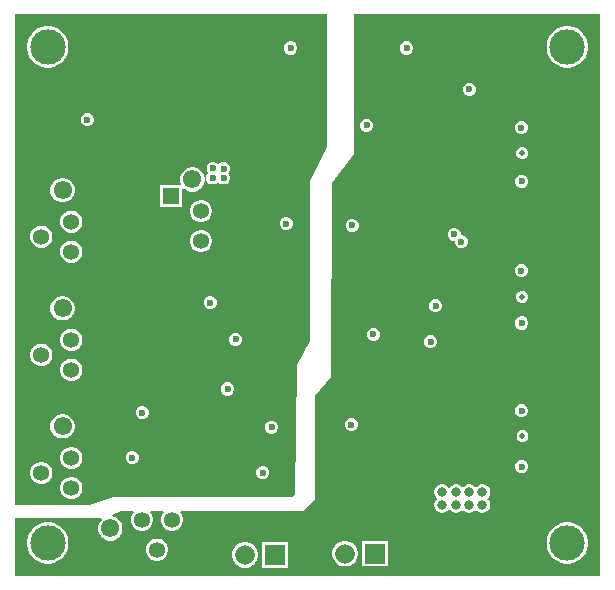
<source format=gbr>
%TF.GenerationSoftware,Altium Limited,Altium Designer,22.10.1 (41)*%
G04 Layer_Physical_Order=2*
G04 Layer_Color=36540*
%FSLAX45Y45*%
%MOMM*%
%TF.SameCoordinates,7B7B0447-9336-45C8-9B88-AABF40CF29D0*%
%TF.FilePolarity,Positive*%
%TF.FileFunction,Copper,L2,Inr,Signal*%
%TF.Part,Single*%
G01*
G75*
%TA.AperFunction,ComponentPad*%
%ADD42R,1.35800X1.35800*%
%ADD43C,1.35800*%
%ADD44C,1.55000*%
%ADD45R,1.66500X1.66500*%
%ADD46C,1.66500*%
%ADD47R,1.35800X1.35800*%
%ADD48O,0.90000X1.80000*%
%TA.AperFunction,WasherPad*%
%ADD49C,3.00000*%
%TA.AperFunction,ViaPad*%
%ADD50C,0.60000*%
%ADD51C,0.80000*%
%ADD52C,0.50000*%
%ADD53C,1.00000*%
G36*
X5966888Y6250000D02*
X5821435Y5965686D01*
Y4609744D01*
X5709881Y4410469D01*
X5696173Y3314062D01*
X5670772Y3290000D01*
X4160062D01*
X3949844Y3220000D01*
X3320391D01*
Y7379609D01*
X5966888D01*
Y6250000D01*
D02*
G37*
G36*
X8279609Y2620390D02*
X3320391D01*
Y3110000D01*
X4053945D01*
X4059206Y3097300D01*
X4047660Y3085754D01*
X4034113Y3062290D01*
X4027100Y3036119D01*
Y3009025D01*
X4034113Y2982854D01*
X4047660Y2959390D01*
X4066818Y2940232D01*
X4090282Y2926685D01*
X4116453Y2919672D01*
X4143547D01*
X4169718Y2926685D01*
X4193182Y2940232D01*
X4212341Y2959390D01*
X4225888Y2982854D01*
X4232900Y3009025D01*
Y3036119D01*
X4225888Y3062290D01*
X4212341Y3085754D01*
X4193182Y3104913D01*
X4169718Y3118460D01*
X4143547Y3125472D01*
X4142876D01*
X4140430Y3138172D01*
X4224180Y3171672D01*
X4321950Y3171430D01*
X4327198Y3158717D01*
X4322341Y3153860D01*
X4310058Y3132585D01*
X4303700Y3108856D01*
Y3084289D01*
X4310058Y3060560D01*
X4322341Y3039285D01*
X4339712Y3021914D01*
X4360987Y3009631D01*
X4384717Y3003272D01*
X4409283D01*
X4433013Y3009631D01*
X4454288Y3021914D01*
X4471659Y3039285D01*
X4483942Y3060560D01*
X4490300Y3084289D01*
Y3108856D01*
X4483942Y3132585D01*
X4471659Y3153860D01*
X4466185Y3159334D01*
X4471060Y3171061D01*
X4576696Y3170800D01*
X4581542Y3159060D01*
X4576341Y3153860D01*
X4564058Y3132585D01*
X4557700Y3108856D01*
Y3084289D01*
X4564058Y3060560D01*
X4576341Y3039285D01*
X4593712Y3021914D01*
X4614987Y3009631D01*
X4638717Y3003272D01*
X4663283D01*
X4687013Y3009631D01*
X4708288Y3021914D01*
X4725659Y3039285D01*
X4737942Y3060560D01*
X4744300Y3084289D01*
Y3108856D01*
X4737942Y3132585D01*
X4725659Y3153860D01*
X4720815Y3158704D01*
X4725690Y3170431D01*
X5761869Y3167867D01*
X5864602Y3266477D01*
Y4140615D01*
X6000000Y4301335D01*
X6008142Y5948683D01*
X6195196Y6196307D01*
Y7379609D01*
X8279609D01*
Y2620390D01*
D02*
G37*
%LPC*%
G36*
X5669510Y7145364D02*
X5647470D01*
X5627109Y7136930D01*
X5611524Y7121345D01*
X5603090Y7100984D01*
Y7078944D01*
X5611524Y7058583D01*
X5627109Y7042998D01*
X5647470Y7034564D01*
X5669510D01*
X5689872Y7042998D01*
X5705456Y7058583D01*
X5713890Y7078944D01*
Y7100984D01*
X5705456Y7121345D01*
X5689872Y7136930D01*
X5669510Y7145364D01*
D02*
G37*
G36*
X3617273Y7275401D02*
X3582723D01*
X3548836Y7268660D01*
X3516915Y7255438D01*
X3488187Y7236243D01*
X3463756Y7211812D01*
X3444561Y7183084D01*
X3431339Y7151163D01*
X3424598Y7117276D01*
Y7082726D01*
X3431339Y7048839D01*
X3444561Y7016918D01*
X3463756Y6988190D01*
X3488187Y6963759D01*
X3516915Y6944564D01*
X3548836Y6931342D01*
X3582723Y6924601D01*
X3617273D01*
X3651160Y6931342D01*
X3683081Y6944564D01*
X3711809Y6963759D01*
X3736240Y6988190D01*
X3755435Y7016918D01*
X3768657Y7048839D01*
X3775398Y7082726D01*
Y7117276D01*
X3768657Y7151163D01*
X3755435Y7183084D01*
X3736240Y7211812D01*
X3711809Y7236243D01*
X3683081Y7255438D01*
X3651160Y7268660D01*
X3617273Y7275401D01*
D02*
G37*
G36*
X3947751Y6537333D02*
X3925711D01*
X3905349Y6528899D01*
X3889765Y6513314D01*
X3881331Y6492952D01*
Y6470913D01*
X3889765Y6450551D01*
X3905349Y6434967D01*
X3925711Y6426533D01*
X3947751D01*
X3968112Y6434967D01*
X3983697Y6450551D01*
X3992131Y6470913D01*
Y6492952D01*
X3983697Y6513314D01*
X3968112Y6528899D01*
X3947751Y6537333D01*
D02*
G37*
G36*
X5011135Y6126602D02*
X4989095D01*
X4968734Y6118168D01*
X4953149Y6102583D01*
X4944715Y6082222D01*
Y6060182D01*
X4953149Y6039821D01*
X4962312Y6030658D01*
X4953037Y6021383D01*
X4944603Y6001021D01*
Y5978981D01*
X4953037Y5958620D01*
X4968621Y5943035D01*
X4988983Y5934601D01*
X5011022D01*
X5031384Y5943035D01*
X5045001Y5956653D01*
X5058619Y5943035D01*
X5078980Y5934601D01*
X5101020D01*
X5121381Y5943035D01*
X5136966Y5958620D01*
X5145400Y5978981D01*
Y6001021D01*
X5136966Y6021383D01*
X5128347Y6030001D01*
X5136966Y6038620D01*
X5145400Y6058981D01*
Y6081021D01*
X5136966Y6101383D01*
X5121381Y6116967D01*
X5101020Y6125401D01*
X5078980D01*
X5058619Y6116967D01*
X5045658Y6104006D01*
X5031496Y6118168D01*
X5011135Y6126602D01*
D02*
G37*
G36*
X4839547Y6079900D02*
X4812453D01*
X4786282Y6072888D01*
X4762818Y6059340D01*
X4743660Y6040182D01*
X4730112Y6016718D01*
X4723100Y5990547D01*
Y5963453D01*
X4728580Y5943000D01*
X4720680Y5930300D01*
X4552700D01*
Y5743700D01*
X4739300D01*
Y5900217D01*
X4752000Y5905477D01*
X4762818Y5894660D01*
X4786282Y5881112D01*
X4812453Y5874100D01*
X4839547D01*
X4865718Y5881112D01*
X4889182Y5894660D01*
X4908340Y5913818D01*
X4921888Y5937282D01*
X4928900Y5963453D01*
Y5990547D01*
X4921888Y6016718D01*
X4908340Y6040182D01*
X4889182Y6059340D01*
X4865718Y6072888D01*
X4839547Y6079900D01*
D02*
G37*
G36*
X3739549Y5989901D02*
X3712455D01*
X3686284Y5982889D01*
X3662820Y5969342D01*
X3643662Y5950183D01*
X3630115Y5926719D01*
X3623102Y5900548D01*
Y5873454D01*
X3630115Y5847283D01*
X3643662Y5823819D01*
X3662820Y5804661D01*
X3686284Y5791114D01*
X3712455Y5784101D01*
X3739549D01*
X3765720Y5791114D01*
X3789184Y5804661D01*
X3808343Y5823819D01*
X3821890Y5847283D01*
X3828902Y5873454D01*
Y5900548D01*
X3821890Y5926719D01*
X3808343Y5950183D01*
X3789184Y5969342D01*
X3765720Y5982889D01*
X3739549Y5989901D01*
D02*
G37*
G36*
X4912283Y5803300D02*
X4887717D01*
X4863987Y5796942D01*
X4842712Y5784659D01*
X4825341Y5767288D01*
X4813058Y5746013D01*
X4806700Y5722283D01*
Y5697717D01*
X4813058Y5673987D01*
X4825341Y5652712D01*
X4842712Y5635341D01*
X4863987Y5623058D01*
X4887717Y5616700D01*
X4912283D01*
X4936013Y5623058D01*
X4957288Y5635341D01*
X4974659Y5652712D01*
X4986942Y5673987D01*
X4993300Y5697717D01*
Y5722283D01*
X4986942Y5746013D01*
X4974659Y5767288D01*
X4957288Y5784659D01*
X4936013Y5796942D01*
X4912283Y5803300D01*
D02*
G37*
G36*
X5630197Y5658571D02*
X5608158D01*
X5587796Y5650137D01*
X5572212Y5634553D01*
X5563778Y5614191D01*
Y5592152D01*
X5572212Y5571790D01*
X5587796Y5556206D01*
X5608158Y5547771D01*
X5630197D01*
X5650559Y5556206D01*
X5666143Y5571790D01*
X5674577Y5592152D01*
Y5614191D01*
X5666143Y5634553D01*
X5650559Y5650137D01*
X5630197Y5658571D01*
D02*
G37*
G36*
X3812286Y5713302D02*
X3787719D01*
X3763990Y5706943D01*
X3742715Y5694660D01*
X3725344Y5677289D01*
X3713061Y5656014D01*
X3706703Y5632285D01*
Y5607718D01*
X3713061Y5583989D01*
X3725344Y5562714D01*
X3742715Y5545343D01*
X3763990Y5533060D01*
X3787719Y5526701D01*
X3812286D01*
X3836015Y5533060D01*
X3857290Y5545343D01*
X3874661Y5562714D01*
X3886944Y5583989D01*
X3893303Y5607718D01*
Y5632285D01*
X3886944Y5656014D01*
X3874661Y5677289D01*
X3857290Y5694660D01*
X3836015Y5706943D01*
X3812286Y5713302D01*
D02*
G37*
G36*
X3558286Y5586302D02*
X3533719D01*
X3509990Y5579943D01*
X3488715Y5567660D01*
X3471344Y5550289D01*
X3459061Y5529014D01*
X3452703Y5505285D01*
Y5480718D01*
X3459061Y5456989D01*
X3471344Y5435714D01*
X3488715Y5418343D01*
X3509990Y5406060D01*
X3533719Y5399701D01*
X3558286D01*
X3582015Y5406060D01*
X3603290Y5418343D01*
X3620661Y5435714D01*
X3632944Y5456989D01*
X3639303Y5480718D01*
Y5505285D01*
X3632944Y5529014D01*
X3620661Y5550289D01*
X3603290Y5567660D01*
X3582015Y5579943D01*
X3558286Y5586302D01*
D02*
G37*
G36*
X4912283Y5549300D02*
X4887717D01*
X4863987Y5542942D01*
X4842712Y5530659D01*
X4825341Y5513288D01*
X4813058Y5492013D01*
X4806700Y5468283D01*
Y5443717D01*
X4813058Y5419987D01*
X4825341Y5398712D01*
X4842712Y5381341D01*
X4863987Y5369058D01*
X4887717Y5362700D01*
X4912283D01*
X4936013Y5369058D01*
X4957288Y5381341D01*
X4974659Y5398712D01*
X4986942Y5419987D01*
X4993300Y5443717D01*
Y5468283D01*
X4986942Y5492013D01*
X4974659Y5513288D01*
X4957288Y5530659D01*
X4936013Y5542942D01*
X4912283Y5549300D01*
D02*
G37*
G36*
X3812286Y5459302D02*
X3787719D01*
X3763990Y5452943D01*
X3742715Y5440660D01*
X3725344Y5423289D01*
X3713061Y5402014D01*
X3706703Y5378285D01*
Y5353718D01*
X3713061Y5329989D01*
X3725344Y5308714D01*
X3742715Y5291343D01*
X3763990Y5279060D01*
X3787719Y5272701D01*
X3812286D01*
X3836015Y5279060D01*
X3857290Y5291343D01*
X3874661Y5308714D01*
X3886944Y5329989D01*
X3893303Y5353718D01*
Y5378285D01*
X3886944Y5402014D01*
X3874661Y5423289D01*
X3857290Y5440660D01*
X3836015Y5452943D01*
X3812286Y5459302D01*
D02*
G37*
G36*
X4986687Y4989461D02*
X4964648D01*
X4944286Y4981027D01*
X4928702Y4965442D01*
X4920268Y4945081D01*
Y4923041D01*
X4928702Y4902679D01*
X4944286Y4887095D01*
X4964648Y4878661D01*
X4986687D01*
X5007049Y4887095D01*
X5022633Y4902679D01*
X5031067Y4923041D01*
Y4945081D01*
X5022633Y4965442D01*
X5007049Y4981027D01*
X4986687Y4989461D01*
D02*
G37*
G36*
X3739549Y4989898D02*
X3712455D01*
X3686284Y4982886D01*
X3662820Y4969339D01*
X3643662Y4950180D01*
X3630115Y4926716D01*
X3623102Y4900545D01*
Y4873451D01*
X3630115Y4847280D01*
X3643662Y4823816D01*
X3662820Y4804658D01*
X3686284Y4791111D01*
X3712455Y4784098D01*
X3739549D01*
X3765720Y4791111D01*
X3789184Y4804658D01*
X3808343Y4823816D01*
X3821890Y4847280D01*
X3828902Y4873451D01*
Y4900545D01*
X3821890Y4926716D01*
X3808343Y4950180D01*
X3789184Y4969339D01*
X3765720Y4982886D01*
X3739549Y4989898D01*
D02*
G37*
G36*
X5202151Y4679335D02*
X5180112D01*
X5159750Y4670901D01*
X5144166Y4655317D01*
X5135732Y4634955D01*
Y4612915D01*
X5144166Y4592554D01*
X5159750Y4576969D01*
X5180112Y4568535D01*
X5202151D01*
X5222513Y4576969D01*
X5238097Y4592554D01*
X5246532Y4612915D01*
Y4634955D01*
X5238097Y4655317D01*
X5222513Y4670901D01*
X5202151Y4679335D01*
D02*
G37*
G36*
X3812286Y4713298D02*
X3787719D01*
X3763990Y4706940D01*
X3742715Y4694657D01*
X3725344Y4677286D01*
X3713061Y4656011D01*
X3706703Y4632282D01*
Y4607715D01*
X3713061Y4583986D01*
X3725344Y4562711D01*
X3742715Y4545340D01*
X3763990Y4533056D01*
X3787719Y4526698D01*
X3812286D01*
X3836015Y4533056D01*
X3857290Y4545340D01*
X3874661Y4562711D01*
X3886944Y4583986D01*
X3893303Y4607715D01*
Y4632282D01*
X3886944Y4656011D01*
X3874661Y4677286D01*
X3857290Y4694657D01*
X3836015Y4706940D01*
X3812286Y4713298D01*
D02*
G37*
G36*
X3558286Y4586298D02*
X3533719D01*
X3509990Y4579940D01*
X3488715Y4567657D01*
X3471344Y4550286D01*
X3459061Y4529011D01*
X3452703Y4505282D01*
Y4480715D01*
X3459061Y4456986D01*
X3471344Y4435711D01*
X3488715Y4418340D01*
X3509990Y4406056D01*
X3533719Y4399698D01*
X3558286D01*
X3582015Y4406056D01*
X3603290Y4418340D01*
X3620661Y4435711D01*
X3632944Y4456986D01*
X3639303Y4480715D01*
Y4505282D01*
X3632944Y4529011D01*
X3620661Y4550286D01*
X3603290Y4567657D01*
X3582015Y4579940D01*
X3558286Y4586298D01*
D02*
G37*
G36*
X3812286Y4459298D02*
X3787719D01*
X3763990Y4452940D01*
X3742715Y4440657D01*
X3725344Y4423286D01*
X3713061Y4402011D01*
X3706703Y4378282D01*
Y4353715D01*
X3713061Y4329986D01*
X3725344Y4308711D01*
X3742715Y4291340D01*
X3763990Y4279056D01*
X3787719Y4272698D01*
X3812286D01*
X3836015Y4279056D01*
X3857290Y4291340D01*
X3874661Y4308711D01*
X3886944Y4329986D01*
X3893303Y4353715D01*
Y4378282D01*
X3886944Y4402011D01*
X3874661Y4423286D01*
X3857290Y4440657D01*
X3836015Y4452940D01*
X3812286Y4459298D01*
D02*
G37*
G36*
X5134922Y4258722D02*
X5112883D01*
X5092521Y4250288D01*
X5076937Y4234703D01*
X5068502Y4214342D01*
Y4192302D01*
X5076937Y4171941D01*
X5092521Y4156356D01*
X5112883Y4147922D01*
X5134922D01*
X5155284Y4156356D01*
X5170868Y4171941D01*
X5179302Y4192302D01*
Y4214342D01*
X5170868Y4234703D01*
X5155284Y4250288D01*
X5134922Y4258722D01*
D02*
G37*
G36*
X4410257Y4059373D02*
X4388217D01*
X4367855Y4050939D01*
X4352271Y4035355D01*
X4343837Y4014993D01*
Y3992953D01*
X4352271Y3972592D01*
X4367855Y3957007D01*
X4388217Y3948573D01*
X4410257D01*
X4430618Y3957007D01*
X4446203Y3972592D01*
X4454637Y3992953D01*
Y4014993D01*
X4446203Y4035355D01*
X4430618Y4050939D01*
X4410257Y4059373D01*
D02*
G37*
G36*
X5508441Y3935885D02*
X5486402D01*
X5466040Y3927451D01*
X5450455Y3911866D01*
X5442021Y3891505D01*
Y3869465D01*
X5450455Y3849104D01*
X5466040Y3833519D01*
X5486402Y3825085D01*
X5508441D01*
X5528803Y3833519D01*
X5544387Y3849104D01*
X5552821Y3869465D01*
Y3891505D01*
X5544387Y3911866D01*
X5528803Y3927451D01*
X5508441Y3935885D01*
D02*
G37*
G36*
X3739549Y3989900D02*
X3712455D01*
X3686284Y3982888D01*
X3662820Y3969341D01*
X3643662Y3950182D01*
X3630115Y3926718D01*
X3623102Y3900547D01*
Y3873453D01*
X3630115Y3847282D01*
X3643662Y3823818D01*
X3662820Y3804660D01*
X3686284Y3791113D01*
X3712455Y3784100D01*
X3739549D01*
X3765720Y3791113D01*
X3789184Y3804660D01*
X3808343Y3823818D01*
X3821890Y3847282D01*
X3828902Y3873453D01*
Y3900547D01*
X3821890Y3926718D01*
X3808343Y3950182D01*
X3789184Y3969341D01*
X3765720Y3982888D01*
X3739549Y3989900D01*
D02*
G37*
G36*
X4326488Y3678157D02*
X4304449D01*
X4284087Y3669723D01*
X4268503Y3654139D01*
X4260069Y3633777D01*
Y3611738D01*
X4268503Y3591376D01*
X4284087Y3575791D01*
X4304449Y3567357D01*
X4326488D01*
X4346850Y3575791D01*
X4362435Y3591376D01*
X4370869Y3611738D01*
Y3633777D01*
X4362435Y3654139D01*
X4346850Y3669723D01*
X4326488Y3678157D01*
D02*
G37*
G36*
X3812286Y3713300D02*
X3787719D01*
X3763990Y3706942D01*
X3742715Y3694659D01*
X3725344Y3677288D01*
X3713061Y3656013D01*
X3706703Y3632284D01*
Y3607717D01*
X3713061Y3583988D01*
X3725344Y3562713D01*
X3742715Y3545342D01*
X3763990Y3533058D01*
X3787719Y3526700D01*
X3812286D01*
X3836015Y3533058D01*
X3857290Y3545342D01*
X3874661Y3562713D01*
X3886944Y3583988D01*
X3893303Y3607717D01*
Y3632284D01*
X3886944Y3656013D01*
X3874661Y3677288D01*
X3857290Y3694659D01*
X3836015Y3706942D01*
X3812286Y3713300D01*
D02*
G37*
G36*
X5433449Y3549845D02*
X5411410D01*
X5391048Y3541411D01*
X5375464Y3525827D01*
X5367030Y3505465D01*
Y3483425D01*
X5375464Y3463064D01*
X5391048Y3447479D01*
X5411410Y3439045D01*
X5433449D01*
X5453811Y3447479D01*
X5469395Y3463064D01*
X5477830Y3483425D01*
Y3505465D01*
X5469395Y3525827D01*
X5453811Y3541411D01*
X5433449Y3549845D01*
D02*
G37*
G36*
X3558286Y3586300D02*
X3533719D01*
X3509990Y3579942D01*
X3488715Y3567659D01*
X3471344Y3550288D01*
X3459061Y3529013D01*
X3452703Y3505284D01*
Y3480717D01*
X3459061Y3456988D01*
X3471344Y3435713D01*
X3488715Y3418342D01*
X3509990Y3406058D01*
X3533719Y3399700D01*
X3558286D01*
X3582015Y3406058D01*
X3603290Y3418342D01*
X3620661Y3435713D01*
X3632944Y3456988D01*
X3639303Y3480717D01*
Y3505284D01*
X3632944Y3529013D01*
X3620661Y3550288D01*
X3603290Y3567659D01*
X3582015Y3579942D01*
X3558286Y3586300D01*
D02*
G37*
G36*
X3812286Y3459300D02*
X3787719D01*
X3763990Y3452942D01*
X3742715Y3440659D01*
X3725344Y3423288D01*
X3713061Y3402013D01*
X3706703Y3378284D01*
Y3353717D01*
X3713061Y3329988D01*
X3725344Y3308713D01*
X3742715Y3291342D01*
X3763990Y3279058D01*
X3787719Y3272700D01*
X3812286D01*
X3836015Y3279058D01*
X3857290Y3291342D01*
X3874661Y3308713D01*
X3886944Y3329988D01*
X3893303Y3353717D01*
Y3378284D01*
X3886944Y3402013D01*
X3874661Y3423288D01*
X3857290Y3440659D01*
X3836015Y3452942D01*
X3812286Y3459300D01*
D02*
G37*
G36*
X6651020Y7145400D02*
X6628980D01*
X6608618Y7136966D01*
X6593034Y7121381D01*
X6584600Y7101020D01*
Y7078980D01*
X6593034Y7058619D01*
X6608618Y7043034D01*
X6628980Y7034600D01*
X6651020D01*
X6671381Y7043034D01*
X6686966Y7058619D01*
X6695400Y7078980D01*
Y7101020D01*
X6686966Y7121381D01*
X6671381Y7136966D01*
X6651020Y7145400D01*
D02*
G37*
G36*
X8017275Y7275401D02*
X7982724D01*
X7948837Y7268660D01*
X7916916Y7255438D01*
X7888188Y7236243D01*
X7863757Y7211812D01*
X7844562Y7183084D01*
X7831340Y7151163D01*
X7824599Y7117276D01*
Y7082726D01*
X7831340Y7048839D01*
X7844562Y7016918D01*
X7863757Y6988190D01*
X7888188Y6963759D01*
X7916916Y6944564D01*
X7948837Y6931342D01*
X7982724Y6924601D01*
X8017275D01*
X8051161Y6931342D01*
X8083082Y6944564D01*
X8111810Y6963759D01*
X8136241Y6988190D01*
X8155437Y7016918D01*
X8168659Y7048839D01*
X8175399Y7082726D01*
Y7117276D01*
X8168659Y7151163D01*
X8155437Y7183084D01*
X8136241Y7211812D01*
X8111810Y7236243D01*
X8083082Y7255438D01*
X8051161Y7268660D01*
X8017275Y7275401D01*
D02*
G37*
G36*
X7181020Y6795400D02*
X7158980D01*
X7138618Y6786966D01*
X7123034Y6771381D01*
X7114600Y6751020D01*
Y6728980D01*
X7123034Y6708619D01*
X7138618Y6693034D01*
X7158980Y6684600D01*
X7181020D01*
X7201381Y6693034D01*
X7216966Y6708619D01*
X7225400Y6728980D01*
Y6751020D01*
X7216966Y6771381D01*
X7201381Y6786966D01*
X7181020Y6795400D01*
D02*
G37*
G36*
X6310408Y6490331D02*
X6288368D01*
X6268007Y6481897D01*
X6252422Y6466312D01*
X6243988Y6445951D01*
Y6423911D01*
X6252422Y6403550D01*
X6268007Y6387965D01*
X6288368Y6379531D01*
X6310408D01*
X6330769Y6387965D01*
X6346354Y6403550D01*
X6354788Y6423911D01*
Y6445951D01*
X6346354Y6466312D01*
X6330769Y6481897D01*
X6310408Y6490331D01*
D02*
G37*
G36*
X7621569Y6471392D02*
X7599529D01*
X7579167Y6462958D01*
X7563583Y6447374D01*
X7555149Y6427012D01*
Y6404972D01*
X7563583Y6384611D01*
X7579167Y6369026D01*
X7599529Y6360592D01*
X7621569D01*
X7641930Y6369026D01*
X7657515Y6384611D01*
X7665949Y6404972D01*
Y6427012D01*
X7657515Y6447374D01*
X7641930Y6462958D01*
X7621569Y6471392D01*
D02*
G37*
G36*
X7628472Y6248745D02*
X7608421D01*
X7589897Y6241072D01*
X7575720Y6226894D01*
X7568047Y6208370D01*
Y6188320D01*
X7575720Y6169795D01*
X7589897Y6155618D01*
X7608421Y6147945D01*
X7628472D01*
X7646996Y6155618D01*
X7661173Y6169795D01*
X7668846Y6188320D01*
Y6208370D01*
X7661173Y6226894D01*
X7646996Y6241072D01*
X7628472Y6248745D01*
D02*
G37*
G36*
X7625286Y6017857D02*
X7603246D01*
X7582885Y6009423D01*
X7567300Y5993838D01*
X7558866Y5973477D01*
Y5951437D01*
X7567300Y5931076D01*
X7582885Y5915491D01*
X7603246Y5907057D01*
X7625286D01*
X7645647Y5915491D01*
X7661232Y5931076D01*
X7669666Y5951437D01*
Y5973477D01*
X7661232Y5993838D01*
X7645647Y6009423D01*
X7625286Y6017857D01*
D02*
G37*
G36*
X6189051Y5644285D02*
X6167011D01*
X6146649Y5635851D01*
X6131065Y5620266D01*
X6122631Y5599905D01*
Y5577865D01*
X6131065Y5557503D01*
X6146649Y5541919D01*
X6167011Y5533485D01*
X6189051D01*
X6209412Y5541919D01*
X6224997Y5557503D01*
X6233431Y5577865D01*
Y5599905D01*
X6224997Y5620266D01*
X6209412Y5635851D01*
X6189051Y5644285D01*
D02*
G37*
G36*
X7052292Y5567402D02*
X7030253D01*
X7009891Y5558968D01*
X6994307Y5543383D01*
X6985873Y5523022D01*
Y5500982D01*
X6994307Y5480620D01*
X7009891Y5465036D01*
X7030253Y5456602D01*
X7044600D01*
Y5438980D01*
X7053034Y5418619D01*
X7068619Y5403034D01*
X7088980Y5394600D01*
X7111020D01*
X7131381Y5403034D01*
X7146966Y5418619D01*
X7155400Y5438980D01*
Y5461020D01*
X7146966Y5481381D01*
X7131381Y5496966D01*
X7111020Y5505400D01*
X7096673D01*
Y5523022D01*
X7088239Y5543383D01*
X7072654Y5558968D01*
X7052292Y5567402D01*
D02*
G37*
G36*
X7621705Y5259771D02*
X7599666D01*
X7579304Y5251336D01*
X7563719Y5235752D01*
X7555285Y5215390D01*
Y5193351D01*
X7563719Y5172989D01*
X7579304Y5157405D01*
X7599666Y5148971D01*
X7621705D01*
X7642067Y5157405D01*
X7657651Y5172989D01*
X7666085Y5193351D01*
Y5215390D01*
X7657651Y5235752D01*
X7642067Y5251336D01*
X7621705Y5259771D01*
D02*
G37*
G36*
X7629688Y5033744D02*
X7609638D01*
X7591113Y5026071D01*
X7576936Y5011893D01*
X7569263Y4993369D01*
Y4973319D01*
X7576936Y4954795D01*
X7591113Y4940617D01*
X7609638Y4932944D01*
X7629688D01*
X7648212Y4940617D01*
X7662390Y4954795D01*
X7670063Y4973319D01*
Y4993369D01*
X7662390Y5011893D01*
X7648212Y5026071D01*
X7629688Y5033744D01*
D02*
G37*
G36*
X6896550Y4961874D02*
X6874510D01*
X6854149Y4953440D01*
X6838564Y4937855D01*
X6830130Y4917494D01*
Y4895454D01*
X6838564Y4875092D01*
X6854149Y4859508D01*
X6874510Y4851074D01*
X6896550D01*
X6916911Y4859508D01*
X6932496Y4875092D01*
X6940930Y4895454D01*
Y4917494D01*
X6932496Y4937855D01*
X6916911Y4953440D01*
X6896550Y4961874D01*
D02*
G37*
G36*
X7625616Y4817031D02*
X7603576D01*
X7583215Y4808597D01*
X7567630Y4793013D01*
X7559196Y4772651D01*
Y4750612D01*
X7567630Y4730250D01*
X7583215Y4714665D01*
X7603576Y4706231D01*
X7625616D01*
X7645978Y4714665D01*
X7661562Y4730250D01*
X7669996Y4750612D01*
Y4772651D01*
X7661562Y4793013D01*
X7645978Y4808597D01*
X7625616Y4817031D01*
D02*
G37*
G36*
X6368234Y4721219D02*
X6346194D01*
X6325833Y4712785D01*
X6310248Y4697201D01*
X6301814Y4676839D01*
Y4654800D01*
X6310248Y4634438D01*
X6325833Y4618854D01*
X6346194Y4610420D01*
X6368234D01*
X6388596Y4618854D01*
X6404180Y4634438D01*
X6412614Y4654800D01*
Y4676839D01*
X6404180Y4697201D01*
X6388596Y4712785D01*
X6368234Y4721219D01*
D02*
G37*
G36*
X6853284Y4657363D02*
X6831245D01*
X6810883Y4648928D01*
X6795299Y4633344D01*
X6786865Y4612982D01*
Y4590943D01*
X6795299Y4570581D01*
X6810883Y4554997D01*
X6831245Y4546563D01*
X6853284D01*
X6873646Y4554997D01*
X6889230Y4570581D01*
X6897664Y4590943D01*
Y4612982D01*
X6889230Y4633344D01*
X6873646Y4648928D01*
X6853284Y4657363D01*
D02*
G37*
G36*
X7622757Y4073890D02*
X7600718D01*
X7580356Y4065456D01*
X7564772Y4049871D01*
X7556338Y4029510D01*
Y4007470D01*
X7564772Y3987108D01*
X7580356Y3971524D01*
X7600718Y3963090D01*
X7622757D01*
X7643119Y3971524D01*
X7658704Y3987108D01*
X7667138Y4007470D01*
Y4029510D01*
X7658704Y4049871D01*
X7643119Y4065456D01*
X7622757Y4073890D01*
D02*
G37*
G36*
X6183176Y3955744D02*
X6161136D01*
X6140774Y3947310D01*
X6125190Y3931726D01*
X6116756Y3911364D01*
Y3889325D01*
X6125190Y3868963D01*
X6140774Y3853379D01*
X6161136Y3844945D01*
X6183176D01*
X6203537Y3853379D01*
X6219122Y3868963D01*
X6227556Y3889325D01*
Y3911364D01*
X6219122Y3931726D01*
X6203537Y3947310D01*
X6183176Y3955744D01*
D02*
G37*
G36*
X7629852Y3853717D02*
X7609802D01*
X7591277Y3846044D01*
X7577100Y3831867D01*
X7569427Y3813342D01*
Y3793292D01*
X7577100Y3774768D01*
X7591277Y3760590D01*
X7609802Y3752917D01*
X7629852D01*
X7648376Y3760590D01*
X7662554Y3774768D01*
X7670227Y3793292D01*
Y3813342D01*
X7662554Y3831867D01*
X7648376Y3846044D01*
X7629852Y3853717D01*
D02*
G37*
G36*
X7625286Y3601787D02*
X7603246D01*
X7582885Y3593353D01*
X7567300Y3577768D01*
X7558866Y3557407D01*
Y3535367D01*
X7567300Y3515005D01*
X7582885Y3499421D01*
X7603246Y3490987D01*
X7625286D01*
X7645647Y3499421D01*
X7661232Y3515005D01*
X7669666Y3535367D01*
Y3557407D01*
X7661232Y3577768D01*
X7645647Y3593353D01*
X7625286Y3601787D01*
D02*
G37*
G36*
X7288610Y3395400D02*
X7271390D01*
X7254756Y3390943D01*
X7239843Y3382333D01*
X7233582Y3376072D01*
X7225000Y3371559D01*
X7216417Y3376072D01*
X7210157Y3382333D01*
X7195243Y3390943D01*
X7178610Y3395400D01*
X7161390D01*
X7144756Y3390943D01*
X7129843Y3382333D01*
X7123582Y3376072D01*
X7115000Y3371559D01*
X7106418Y3376072D01*
X7100157Y3382333D01*
X7085244Y3390943D01*
X7068610Y3395400D01*
X7051390D01*
X7034757Y3390943D01*
X7019843Y3382333D01*
X7007667Y3370157D01*
X7006350Y3367875D01*
X6993650D01*
X6992333Y3370157D01*
X6980157Y3382333D01*
X6965244Y3390943D01*
X6948610Y3395400D01*
X6931390D01*
X6914757Y3390943D01*
X6899843Y3382333D01*
X6887667Y3370157D01*
X6879057Y3355243D01*
X6874600Y3338610D01*
Y3321390D01*
X6879057Y3304756D01*
X6887667Y3289843D01*
X6893928Y3283582D01*
X6898441Y3275000D01*
X6893928Y3266417D01*
X6887667Y3260157D01*
X6879057Y3245243D01*
X6874600Y3228610D01*
Y3211390D01*
X6879057Y3194756D01*
X6887667Y3179843D01*
X6899843Y3167667D01*
X6914757Y3159057D01*
X6931390Y3154600D01*
X6948610D01*
X6965244Y3159057D01*
X6980157Y3167667D01*
X6992333Y3179843D01*
X6993650Y3182124D01*
X7006350D01*
X7007667Y3179843D01*
X7019843Y3167667D01*
X7034757Y3159057D01*
X7051390Y3154600D01*
X7068610D01*
X7085244Y3159057D01*
X7100157Y3167667D01*
X7106418Y3173928D01*
X7115000Y3178441D01*
X7123582Y3173928D01*
X7129843Y3167667D01*
X7144756Y3159057D01*
X7161390Y3154600D01*
X7178610D01*
X7195243Y3159057D01*
X7210157Y3167667D01*
X7216417Y3173928D01*
X7225000Y3178441D01*
X7233582Y3173928D01*
X7239843Y3167667D01*
X7254756Y3159057D01*
X7271390Y3154600D01*
X7288610D01*
X7305243Y3159057D01*
X7320157Y3167667D01*
X7332333Y3179843D01*
X7340943Y3194756D01*
X7345400Y3211390D01*
Y3228610D01*
X7340943Y3245243D01*
X7332333Y3260157D01*
X7326072Y3266417D01*
X7321559Y3275000D01*
X7326072Y3283582D01*
X7332333Y3289843D01*
X7340943Y3304756D01*
X7345400Y3321390D01*
Y3338610D01*
X7340943Y3355243D01*
X7332333Y3370157D01*
X7320157Y3382333D01*
X7305243Y3390943D01*
X7288610Y3395400D01*
D02*
G37*
G36*
X4536283Y2935872D02*
X4511717D01*
X4487987Y2929514D01*
X4466712Y2917231D01*
X4449341Y2899860D01*
X4437058Y2878585D01*
X4430700Y2854856D01*
Y2830289D01*
X4437058Y2806560D01*
X4449341Y2785285D01*
X4466712Y2767914D01*
X4487987Y2755631D01*
X4511717Y2749272D01*
X4536283D01*
X4560013Y2755631D01*
X4581288Y2767914D01*
X4598659Y2785285D01*
X4610942Y2806560D01*
X4617300Y2830289D01*
Y2854856D01*
X4610942Y2878585D01*
X4598659Y2899860D01*
X4581288Y2917231D01*
X4560013Y2929514D01*
X4536283Y2935872D01*
D02*
G37*
G36*
X8017275Y3075399D02*
X7982724D01*
X7948837Y3068659D01*
X7916916Y3055437D01*
X7888188Y3036241D01*
X7863757Y3011810D01*
X7844562Y2983082D01*
X7831340Y2951161D01*
X7824599Y2917275D01*
Y2882724D01*
X7831340Y2848837D01*
X7844562Y2816916D01*
X7863757Y2788188D01*
X7888188Y2763757D01*
X7916916Y2744562D01*
X7948837Y2731340D01*
X7982724Y2724599D01*
X8017275D01*
X8051161Y2731340D01*
X8083082Y2744562D01*
X8111810Y2763757D01*
X8136241Y2788188D01*
X8155437Y2816916D01*
X8168659Y2848837D01*
X8175399Y2882724D01*
Y2917275D01*
X8168659Y2951161D01*
X8155437Y2983082D01*
X8136241Y3011810D01*
X8111810Y3036241D01*
X8083082Y3055437D01*
X8051161Y3068659D01*
X8017275Y3075399D01*
D02*
G37*
G36*
X3617273D02*
X3582723D01*
X3548836Y3068659D01*
X3516915Y3055437D01*
X3488187Y3036241D01*
X3463756Y3011810D01*
X3444561Y2983082D01*
X3431339Y2951161D01*
X3424598Y2917275D01*
Y2882724D01*
X3431339Y2848837D01*
X3444561Y2816916D01*
X3463756Y2788188D01*
X3488187Y2763757D01*
X3516915Y2744562D01*
X3548836Y2731340D01*
X3582723Y2724599D01*
X3617273D01*
X3651160Y2731340D01*
X3683081Y2744562D01*
X3711809Y2763757D01*
X3736240Y2788188D01*
X3755435Y2816916D01*
X3768657Y2848837D01*
X3775398Y2882724D01*
Y2917275D01*
X3768657Y2951161D01*
X3755435Y2983082D01*
X3736240Y3011810D01*
X3711809Y3036241D01*
X3683081Y3055437D01*
X3651160Y3068659D01*
X3617273Y3075399D01*
D02*
G37*
G36*
X6482650Y2918650D02*
X6265350D01*
Y2701350D01*
X6482650D01*
Y2918650D01*
D02*
G37*
G36*
X6134304D02*
X6105696D01*
X6078063Y2911246D01*
X6053287Y2896942D01*
X6033058Y2876713D01*
X6018754Y2851937D01*
X6011350Y2824304D01*
Y2795696D01*
X6018754Y2768063D01*
X6033058Y2743287D01*
X6053287Y2723058D01*
X6078063Y2708754D01*
X6105696Y2701350D01*
X6134304D01*
X6161937Y2708754D01*
X6186713Y2723058D01*
X6206942Y2743287D01*
X6221246Y2768063D01*
X6228650Y2795696D01*
Y2824304D01*
X6221246Y2851937D01*
X6206942Y2876713D01*
X6186713Y2896942D01*
X6161937Y2911246D01*
X6134304Y2918650D01*
D02*
G37*
G36*
X5632650Y2908650D02*
X5415350D01*
Y2691350D01*
X5632650D01*
Y2908650D01*
D02*
G37*
G36*
X5284304D02*
X5255696D01*
X5228062Y2901246D01*
X5203287Y2886942D01*
X5183058Y2866713D01*
X5168754Y2841937D01*
X5161350Y2814304D01*
Y2785696D01*
X5168754Y2758063D01*
X5183058Y2733287D01*
X5203287Y2713058D01*
X5228062Y2698754D01*
X5255696Y2691350D01*
X5284304D01*
X5311937Y2698754D01*
X5336712Y2713058D01*
X5356942Y2733287D01*
X5371246Y2758063D01*
X5378650Y2785696D01*
Y2814304D01*
X5371246Y2841937D01*
X5356942Y2866713D01*
X5336712Y2886942D01*
X5311937Y2901246D01*
X5284304Y2908650D01*
D02*
G37*
%LPD*%
D42*
X4646000Y5837000D02*
D03*
X3546003Y5747001D02*
D03*
Y3747000D02*
D03*
Y4746998D02*
D03*
D43*
X4900000Y5710000D02*
D03*
X4646000Y5583000D02*
D03*
X4900000Y5456000D02*
D03*
X4651000Y3096572D02*
D03*
X4524000Y2842572D02*
D03*
X4397000Y3096572D02*
D03*
X3800003Y5366001D02*
D03*
X3546003Y5493001D02*
D03*
X3800003Y5620001D02*
D03*
Y3366000D02*
D03*
X3546003Y3493000D02*
D03*
X3800003Y3620000D02*
D03*
Y4365998D02*
D03*
X3546003Y4492998D02*
D03*
X3800003Y4619998D02*
D03*
D44*
X4826000Y5977000D02*
D03*
X4130000Y3022572D02*
D03*
X3726002Y5887001D02*
D03*
Y3887000D02*
D03*
Y4886998D02*
D03*
D45*
X6374000Y2810000D02*
D03*
X5524000Y2800000D02*
D03*
D46*
X6120000Y2810000D02*
D03*
X5866000D02*
D03*
X5270000Y2800000D02*
D03*
X5016000D02*
D03*
D47*
X4270000Y2842572D02*
D03*
D48*
X4819625Y7216460D02*
D03*
X4159626D02*
D03*
D49*
X7999999Y2899999D02*
D03*
Y7100001D02*
D03*
X3599998Y2899999D02*
D03*
Y7100001D02*
D03*
D50*
X4399237Y4003973D02*
D03*
X7240000Y7030000D02*
D03*
X7160000D02*
D03*
Y7110000D02*
D03*
X7240000D02*
D03*
X7340766Y5059113D02*
D03*
X4813050Y6158656D02*
D03*
X5181506Y4934791D02*
D03*
X4975667Y4934061D02*
D03*
X5189982Y4832657D02*
D03*
X4949072Y6491711D02*
D03*
X5116722Y6846220D02*
D03*
X5423718Y3368865D02*
D03*
X5422430Y3494445D02*
D03*
X5123902Y4203322D02*
D03*
X5245452Y3670403D02*
D03*
X6125665Y3300929D02*
D03*
X4094857Y3823414D02*
D03*
X4611629Y3541475D02*
D03*
X6916306Y5132939D02*
D03*
X5503677Y4035279D02*
D03*
X6178031Y5588885D02*
D03*
X6169593Y4095891D02*
D03*
X6172156Y3900344D02*
D03*
X5191132Y4623935D02*
D03*
X4315469Y3622757D02*
D03*
X6640000Y7090000D02*
D03*
X5476192Y7088551D02*
D03*
X5658490Y7089964D02*
D03*
X6273416Y5872398D02*
D03*
X5621289Y5809172D02*
D03*
X5619177Y5603171D02*
D03*
X6959600Y5694919D02*
D03*
X7041273Y5512002D02*
D03*
X7100000Y5450000D02*
D03*
X6808943Y7270625D02*
D03*
X6357214Y4665819D02*
D03*
X7614266Y5962457D02*
D03*
X7610549Y6415992D02*
D03*
X7614596Y4761631D02*
D03*
X7610685Y5204371D02*
D03*
X7614266Y3546387D02*
D03*
X7611738Y4018490D02*
D03*
X6299388Y6434931D02*
D03*
X7170000Y6740000D02*
D03*
X6304868Y6316537D02*
D03*
X6366765Y5319001D02*
D03*
X7396938Y6335105D02*
D03*
X6885530Y4906474D02*
D03*
X6842264Y4601963D02*
D03*
X7224907Y5785008D02*
D03*
X7223485Y3784304D02*
D03*
X5670554Y4498373D02*
D03*
X5497421Y3880485D02*
D03*
X5766908Y7069943D02*
D03*
X5766140Y6307528D02*
D03*
X5599538Y5321592D02*
D03*
X6196780Y4498575D02*
D03*
X6515916Y7070079D02*
D03*
X7392760Y6077343D02*
D03*
X7537076Y6251757D02*
D03*
X7397044Y4867123D02*
D03*
X7539401Y5042042D02*
D03*
X7172148Y4925431D02*
D03*
X7398845Y3919891D02*
D03*
X7398170Y3682778D02*
D03*
X4174186Y3983058D02*
D03*
X5000115Y6071202D02*
D03*
X3936731Y6481933D02*
D03*
X3550849Y6483447D02*
D03*
X3808105D02*
D03*
X3423732Y6483441D02*
D03*
X5090000Y6070001D02*
D03*
X5000003Y5990001D02*
D03*
X5090000D02*
D03*
X4917755Y4444705D02*
D03*
X5023206Y4661571D02*
D03*
X4352656Y7048348D02*
D03*
X4814428Y7068876D02*
D03*
X4176207D02*
D03*
X4340946Y6616131D02*
D03*
X6959402Y3827226D02*
D03*
X7503312Y3822090D02*
D03*
D51*
X7390000Y2990000D02*
D03*
Y2890000D02*
D03*
X7190000D02*
D03*
X7290000Y2790000D02*
D03*
Y2890000D02*
D03*
X7190000Y2790000D02*
D03*
X7390000D02*
D03*
X7190000Y2990000D02*
D03*
X7290000D02*
D03*
X7170000Y3220000D02*
D03*
X7280000D02*
D03*
Y3330000D02*
D03*
X7170000D02*
D03*
X7060000D02*
D03*
X6940000D02*
D03*
Y3220000D02*
D03*
X7060000D02*
D03*
X7829225Y3800104D02*
D03*
X7830002Y3670000D02*
D03*
Y6330000D02*
D03*
Y6070001D02*
D03*
X7829225Y6200104D02*
D03*
X7830002Y5120000D02*
D03*
Y4860000D02*
D03*
X7829225Y4990104D02*
D03*
X7830002Y3930000D02*
D03*
D52*
X6378680Y5032884D02*
D03*
X7619663Y4983344D02*
D03*
X7618447Y6198345D02*
D03*
X7619827Y3803317D02*
D03*
X6375853Y5113793D02*
D03*
X6387170Y4896641D02*
D03*
Y4825097D02*
D03*
X6510000Y5300000D02*
D03*
D53*
X7997642Y6134257D02*
D03*
X7975001Y3250001D02*
D03*
X7824998D02*
D03*
X7998851Y3733780D02*
D03*
X7998831Y6269680D02*
D03*
X7999999Y4449999D02*
D03*
Y5650001D02*
D03*
X8000589Y5064262D02*
D03*
X7997276Y5536133D02*
D03*
X7998277Y3870858D02*
D03*
X7997703Y4329120D02*
D03*
X7875001Y6749999D02*
D03*
X7999999D02*
D03*
X8001528Y4933671D02*
D03*
%TF.MD5,581278638dbdebcdd73a2f9d0d443aca*%
M02*

</source>
